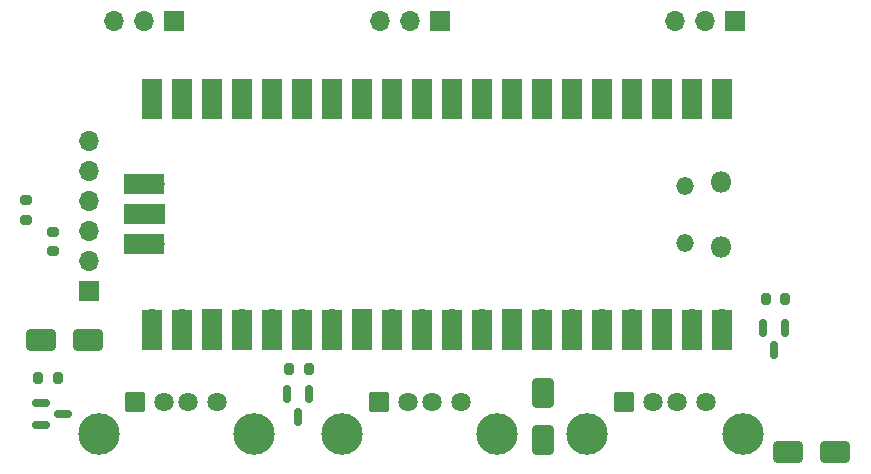
<source format=gbr>
%TF.GenerationSoftware,KiCad,Pcbnew,7.0.9*%
%TF.CreationDate,2023-12-13T17:29:23+01:00*%
%TF.ProjectId,water-tomorrow-pico-triple,77617465-722d-4746-9f6d-6f72726f772d,rev?*%
%TF.SameCoordinates,Original*%
%TF.FileFunction,Soldermask,Top*%
%TF.FilePolarity,Negative*%
%FSLAX46Y46*%
G04 Gerber Fmt 4.6, Leading zero omitted, Abs format (unit mm)*
G04 Created by KiCad (PCBNEW 7.0.9) date 2023-12-13 17:29:23*
%MOMM*%
%LPD*%
G01*
G04 APERTURE LIST*
G04 Aperture macros list*
%AMRoundRect*
0 Rectangle with rounded corners*
0 $1 Rounding radius*
0 $2 $3 $4 $5 $6 $7 $8 $9 X,Y pos of 4 corners*
0 Add a 4 corners polygon primitive as box body*
4,1,4,$2,$3,$4,$5,$6,$7,$8,$9,$2,$3,0*
0 Add four circle primitives for the rounded corners*
1,1,$1+$1,$2,$3*
1,1,$1+$1,$4,$5*
1,1,$1+$1,$6,$7*
1,1,$1+$1,$8,$9*
0 Add four rect primitives between the rounded corners*
20,1,$1+$1,$2,$3,$4,$5,0*
20,1,$1+$1,$4,$5,$6,$7,0*
20,1,$1+$1,$6,$7,$8,$9,0*
20,1,$1+$1,$8,$9,$2,$3,0*%
G04 Aperture macros list end*
%ADD10RoundRect,0.102000X-0.714000X-0.714000X0.714000X-0.714000X0.714000X0.714000X-0.714000X0.714000X0*%
%ADD11C,1.632000*%
%ADD12C,3.520000*%
%ADD13R,1.700000X1.700000*%
%ADD14O,1.700000X1.700000*%
%ADD15RoundRect,0.200000X0.200000X0.275000X-0.200000X0.275000X-0.200000X-0.275000X0.200000X-0.275000X0*%
%ADD16RoundRect,0.250000X1.000000X0.650000X-1.000000X0.650000X-1.000000X-0.650000X1.000000X-0.650000X0*%
%ADD17RoundRect,0.250000X-1.000000X-0.650000X1.000000X-0.650000X1.000000X0.650000X-1.000000X0.650000X0*%
%ADD18RoundRect,0.150000X-0.150000X0.587500X-0.150000X-0.587500X0.150000X-0.587500X0.150000X0.587500X0*%
%ADD19RoundRect,0.200000X-0.275000X0.200000X-0.275000X-0.200000X0.275000X-0.200000X0.275000X0.200000X0*%
%ADD20RoundRect,0.250000X-0.650000X1.000000X-0.650000X-1.000000X0.650000X-1.000000X0.650000X1.000000X0*%
%ADD21O,1.800000X1.800000*%
%ADD22O,1.500000X1.500000*%
%ADD23R,1.700000X3.500000*%
%ADD24R,3.500000X1.700000*%
%ADD25RoundRect,0.150000X-0.587500X-0.150000X0.587500X-0.150000X0.587500X0.150000X-0.587500X0.150000X0*%
%ADD26RoundRect,0.200000X0.275000X-0.200000X0.275000X0.200000X-0.275000X0.200000X-0.275000X-0.200000X0*%
G04 APERTURE END LIST*
D10*
%TO.C,J6*%
X58070000Y-34790000D03*
D11*
X60570000Y-34790000D03*
X62570000Y-34790000D03*
X65070000Y-34790000D03*
D12*
X55000000Y-37500000D03*
X68140000Y-37500000D03*
%TD*%
D10*
%TO.C,J5*%
X37320000Y-34790000D03*
D11*
X39820000Y-34790000D03*
X41820000Y-34790000D03*
X44320000Y-34790000D03*
D12*
X34250000Y-37500000D03*
X47390000Y-37500000D03*
%TD*%
%TO.C,J8*%
X26750000Y-37460000D03*
X13610000Y-37460000D03*
D11*
X23680000Y-34750000D03*
X21180000Y-34750000D03*
X19180000Y-34750000D03*
D10*
X16680000Y-34750000D03*
%TD*%
D13*
%TO.C,J4*%
X67500000Y-2500000D03*
D14*
X64960000Y-2500000D03*
X62420000Y-2500000D03*
%TD*%
D13*
%TO.C,J3*%
X42500000Y-2500000D03*
D14*
X39960000Y-2500000D03*
X37420000Y-2500000D03*
%TD*%
D13*
%TO.C,J2*%
X20000000Y-2500000D03*
D14*
X17460000Y-2500000D03*
X14920000Y-2500000D03*
%TD*%
D13*
%TO.C,J1*%
X12772000Y-25350200D03*
D14*
X12772000Y-22810200D03*
X12772000Y-20270200D03*
X12772000Y-17730200D03*
X12772000Y-15190200D03*
X12772000Y-12650200D03*
%TD*%
D15*
%TO.C,R1*%
X10150000Y-32710000D03*
X8500000Y-32710000D03*
%TD*%
D16*
%TO.C,D1*%
X12750000Y-29500000D03*
X8750000Y-29500000D03*
%TD*%
D17*
%TO.C,D3*%
X72000000Y-39000000D03*
X76000000Y-39000000D03*
%TD*%
D18*
%TO.C,Q3*%
X71750000Y-28500000D03*
X69850000Y-28500000D03*
X70800000Y-30375000D03*
%TD*%
D19*
%TO.C,R2*%
X9750000Y-20350000D03*
X9750000Y-22000000D03*
%TD*%
D20*
%TO.C,D2*%
X51250000Y-34000000D03*
X51250000Y-38000000D03*
%TD*%
D15*
%TO.C,R5*%
X71750000Y-26000000D03*
X70100000Y-26000000D03*
%TD*%
D21*
%TO.C,U1*%
X66291000Y-16147200D03*
D22*
X63261000Y-16447200D03*
X63261000Y-21297200D03*
D21*
X66291000Y-21597200D03*
D14*
X66421000Y-9982200D03*
D23*
X66421000Y-9082200D03*
D14*
X63881000Y-9982200D03*
D23*
X63881000Y-9082200D03*
D13*
X61341000Y-9982200D03*
D23*
X61341000Y-9082200D03*
D14*
X58801000Y-9982200D03*
D23*
X58801000Y-9082200D03*
D14*
X56261000Y-9982200D03*
D23*
X56261000Y-9082200D03*
D14*
X53721000Y-9982200D03*
D23*
X53721000Y-9082200D03*
D14*
X51181000Y-9982200D03*
D23*
X51181000Y-9082200D03*
D13*
X48641000Y-9982200D03*
D23*
X48641000Y-9082200D03*
D14*
X46101000Y-9982200D03*
D23*
X46101000Y-9082200D03*
D14*
X43561000Y-9982200D03*
D23*
X43561000Y-9082200D03*
D14*
X41021000Y-9982200D03*
D23*
X41021000Y-9082200D03*
D14*
X38481000Y-9982200D03*
D23*
X38481000Y-9082200D03*
D13*
X35941000Y-9982200D03*
D23*
X35941000Y-9082200D03*
D14*
X33401000Y-9982200D03*
D23*
X33401000Y-9082200D03*
D14*
X30861000Y-9982200D03*
D23*
X30861000Y-9082200D03*
D14*
X28321000Y-9982200D03*
D23*
X28321000Y-9082200D03*
D14*
X25781000Y-9982200D03*
D23*
X25781000Y-9082200D03*
D13*
X23241000Y-9982200D03*
D23*
X23241000Y-9082200D03*
D14*
X20701000Y-9982200D03*
D23*
X20701000Y-9082200D03*
D14*
X18161000Y-9982200D03*
D23*
X18161000Y-9082200D03*
D14*
X18161000Y-27762200D03*
D23*
X18161000Y-28662200D03*
D14*
X20701000Y-27762200D03*
D23*
X20701000Y-28662200D03*
D13*
X23241000Y-27762200D03*
D23*
X23241000Y-28662200D03*
D14*
X25781000Y-27762200D03*
D23*
X25781000Y-28662200D03*
D14*
X28321000Y-27762200D03*
D23*
X28321000Y-28662200D03*
D14*
X30861000Y-27762200D03*
D23*
X30861000Y-28662200D03*
D14*
X33401000Y-27762200D03*
D23*
X33401000Y-28662200D03*
D13*
X35941000Y-27762200D03*
D23*
X35941000Y-28662200D03*
D14*
X38481000Y-27762200D03*
D23*
X38481000Y-28662200D03*
D14*
X41021000Y-27762200D03*
D23*
X41021000Y-28662200D03*
D14*
X43561000Y-27762200D03*
D23*
X43561000Y-28662200D03*
D14*
X46101000Y-27762200D03*
D23*
X46101000Y-28662200D03*
D13*
X48641000Y-27762200D03*
D23*
X48641000Y-28662200D03*
D14*
X51181000Y-27762200D03*
D23*
X51181000Y-28662200D03*
D14*
X53721000Y-27762200D03*
D23*
X53721000Y-28662200D03*
D14*
X56261000Y-27762200D03*
D23*
X56261000Y-28662200D03*
D14*
X58801000Y-27762200D03*
D23*
X58801000Y-28662200D03*
D13*
X61341000Y-27762200D03*
D23*
X61341000Y-28662200D03*
D14*
X63881000Y-27762200D03*
D23*
X63881000Y-28662200D03*
D14*
X66421000Y-27762200D03*
D23*
X66421000Y-28662200D03*
D14*
X18391000Y-16332200D03*
D24*
X17491000Y-16332200D03*
D13*
X18391000Y-18872200D03*
D24*
X17491000Y-18872200D03*
D14*
X18391000Y-21412200D03*
D24*
X17491000Y-21412200D03*
%TD*%
D25*
%TO.C,Q2*%
X8750000Y-34810000D03*
X8750000Y-36710000D03*
X10625000Y-35760000D03*
%TD*%
D18*
%TO.C,Q1*%
X31450000Y-34125000D03*
X29550000Y-34125000D03*
X30500000Y-36000000D03*
%TD*%
D15*
%TO.C,R4*%
X31400000Y-32000000D03*
X29750000Y-32000000D03*
%TD*%
D26*
%TO.C,R3*%
X7500000Y-19325000D03*
X7500000Y-17675000D03*
%TD*%
M02*

</source>
